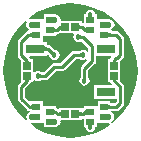
<source format=gbr>
G04 Layer_Physical_Order=1*
G04 Layer_Color=255*
%FSLAX25Y25*%
%MOIN*%
%TF.FileFunction,Copper,L1,Top,Signal*%
%TF.Part,Single*%
G01*
G75*
%TA.AperFunction,SMDPad*%
%ADD10R,0.02559X0.02362*%
%TA.AperFunction,SMDPad*%
%ADD11R,0.02559X0.02559*%
%TA.AperFunction,SMDPad*%
%ADD12R,0.02559X0.02559*%
%TA.AperFunction,SMDPad*%
%ADD13R,0.06221X0.03150*%
%ADD14C,0.01000*%
%TA.AperFunction,ViaPad*%
%ADD15C,0.01800*%
G36*
X357249Y376499D02*
X360118Y375929D01*
X362888Y374989D01*
X365511Y373695D01*
X367943Y372070D01*
X370142Y370142D01*
X372070Y367943D01*
X373695Y365511D01*
X374989Y362888D01*
X375929Y360118D01*
X376499Y357249D01*
X376691Y354331D01*
X376499Y351412D01*
X375929Y348544D01*
X374989Y345774D01*
X373695Y343151D01*
X372070Y340719D01*
X370142Y338520D01*
X368263Y336873D01*
X367799Y337131D01*
X367807Y337177D01*
X367864Y337292D01*
X368370Y337630D01*
X368737Y338179D01*
X368866Y338827D01*
X368737Y339475D01*
X368370Y340024D01*
X367821Y340390D01*
X367880Y340889D01*
X369673D01*
X369673Y340889D01*
X370165Y340986D01*
X370582Y341265D01*
X371908Y342592D01*
X371908Y342592D01*
X372187Y343008D01*
X372285Y343500D01*
Y349000D01*
X372285Y349000D01*
X372187Y349492D01*
X371908Y349908D01*
X370838Y350978D01*
Y353964D01*
Y357545D01*
X370908Y357592D01*
X371908Y358592D01*
X371908Y358592D01*
X372187Y359008D01*
X372285Y359500D01*
Y365000D01*
X372187Y365492D01*
X371908Y365908D01*
X371908Y365908D01*
X370582Y367235D01*
X370165Y367514D01*
X369673Y367612D01*
X369673Y367611D01*
X368033D01*
X367974Y368109D01*
X368524Y368476D01*
X368891Y369025D01*
X369019Y369673D01*
X368891Y370321D01*
X368524Y370870D01*
X367974Y371237D01*
X367540Y371323D01*
Y371614D01*
X363460D01*
X363039Y371805D01*
Y373114D01*
X362670D01*
X362564Y373648D01*
X362197Y374197D01*
X361648Y374564D01*
X361000Y374693D01*
X360352Y374564D01*
X359803Y374197D01*
X359436Y373648D01*
X359330Y373114D01*
X358961D01*
Y370511D01*
X358528Y370199D01*
X358112Y370337D01*
X358043Y370534D01*
Y370838D01*
X351294D01*
X351019Y371173D01*
X350890Y371821D01*
X350524Y372370D01*
X349974Y372737D01*
X349539Y372823D01*
Y373114D01*
X345461D01*
Y371805D01*
X345040Y371614D01*
X344960Y371614D01*
X340961D01*
Y371402D01*
X340663Y371356D01*
X340443Y371828D01*
X340719Y372070D01*
X343151Y373695D01*
X345774Y374989D01*
X348544Y375929D01*
X351412Y376499D01*
X354331Y376691D01*
X357249Y376499D01*
D02*
G37*
G36*
X341744Y341173D02*
X341735Y341268D01*
X341708Y341353D01*
X341662Y341428D01*
X341598Y341493D01*
X341515Y341548D01*
X341414Y341593D01*
X341295Y341628D01*
X341157Y341653D01*
X341001Y341668D01*
X340827Y341673D01*
Y342673D01*
X341001Y342678D01*
X341157Y342693D01*
X341295Y342718D01*
X341414Y342753D01*
X341515Y342798D01*
X341598Y342853D01*
X341662Y342918D01*
X341708Y342993D01*
X341735Y343078D01*
X341744Y343173D01*
Y341173D01*
D02*
G37*
G36*
X348773Y341578D02*
X348790Y341493D01*
X348818Y341418D01*
X348857Y341353D01*
X348907Y341298D01*
X348969Y341253D01*
X349042Y341218D01*
X349125Y341193D01*
X349220Y341178D01*
X349327Y341173D01*
Y340173D01*
X349220Y340168D01*
X349125Y340153D01*
X349042Y340128D01*
X348969Y340093D01*
X348907Y340048D01*
X348857Y339993D01*
X348818Y339928D01*
X348790Y339853D01*
X348773Y339768D01*
X348767Y339673D01*
Y341673D01*
X348773Y341578D01*
D02*
G37*
G36*
X359745Y339673D02*
X359739Y339768D01*
X359722Y339853D01*
X359693Y339928D01*
X359653Y339993D01*
X359602Y340048D01*
X359539Y340093D01*
X359465Y340128D01*
X359379Y340153D01*
X359282Y340168D01*
X359173Y340173D01*
Y341173D01*
X359282Y341178D01*
X359379Y341193D01*
X359465Y341218D01*
X359539Y341253D01*
X359602Y341298D01*
X359653Y341353D01*
X359693Y341418D01*
X359722Y341493D01*
X359739Y341578D01*
X359745Y341673D01*
Y339673D01*
D02*
G37*
G36*
X366777Y343078D02*
X366808Y342993D01*
X366858Y342918D01*
X366928Y342853D01*
X367018Y342798D01*
X367127Y342753D01*
X367257Y342718D01*
X367407Y342693D01*
X367578Y342678D01*
X367768Y342673D01*
Y341673D01*
X367578Y341668D01*
X367407Y341653D01*
X367257Y341628D01*
X367127Y341593D01*
X367018Y341548D01*
X366928Y341493D01*
X366858Y341428D01*
X366808Y341353D01*
X366777Y341268D01*
X366768Y341173D01*
Y343173D01*
X366777Y343078D01*
D02*
G37*
G36*
X369704Y351400D02*
X369544Y351384D01*
X369479Y351370D01*
X369424Y351352D01*
X369379Y351330D01*
X369344Y351304D01*
X369319Y351273D01*
X369304Y351239D01*
X369299Y351201D01*
X368299D01*
X368294Y351239D01*
X368279Y351273D01*
X368254Y351304D01*
X368219Y351330D01*
X368174Y351352D01*
X368119Y351370D01*
X368054Y351384D01*
X367979Y351394D01*
X367894Y351400D01*
X367799Y351402D01*
X369799D01*
X369704Y351400D01*
D02*
G37*
G36*
X359501Y352189D02*
X359521Y351936D01*
X359532Y351868D01*
X359547Y351807D01*
X359564Y351754D01*
X359583Y351709D01*
X359605Y351672D01*
X359630Y351643D01*
X358370D01*
X358395Y351672D01*
X358417Y351709D01*
X358436Y351754D01*
X358453Y351807D01*
X358468Y351868D01*
X358479Y351936D01*
X358495Y352097D01*
X358499Y352189D01*
X358500Y352288D01*
X359500D01*
X359501Y352189D01*
D02*
G37*
G36*
X368000Y358817D02*
X367890Y358707D01*
X367612Y358291D01*
X367563Y358043D01*
X366759D01*
Y353964D01*
Y350618D01*
X367673D01*
X367890Y350293D01*
X368339Y349845D01*
X368147Y349382D01*
X362271D01*
Y344713D01*
X369715D01*
Y344032D01*
X369141Y343458D01*
X367557D01*
X367540Y343460D01*
Y344114D01*
X363460D01*
Y342805D01*
X363039Y342614D01*
X362960Y342614D01*
X358961D01*
Y342030D01*
X358519Y341774D01*
X358043Y341902D01*
Y341902D01*
X358043Y341902D01*
X350618D01*
Y341840D01*
X350118Y341660D01*
X349818Y341860D01*
X349539Y341916D01*
Y342614D01*
X345539D01*
X345461Y342614D01*
X345040Y342805D01*
Y344114D01*
X340961D01*
X340961Y344114D01*
Y344114D01*
X340527Y344290D01*
X339285Y345532D01*
Y348468D01*
X340771Y349954D01*
X340771Y349954D01*
X341050Y350371D01*
X341099Y350618D01*
X341902D01*
Y351016D01*
X342048Y351120D01*
X342402Y351237D01*
X342852Y350936D01*
X343500Y350807D01*
X344148Y350936D01*
X344560Y351212D01*
X344609Y351215D01*
X346000D01*
X346000Y351215D01*
X346492Y351313D01*
X346908Y351592D01*
X349532Y354215D01*
X351500D01*
X351500Y354215D01*
X351992Y354313D01*
X352408Y354592D01*
X356032Y358215D01*
X357413D01*
X357438Y358213D01*
X357852Y357936D01*
X358500Y357807D01*
X359148Y357936D01*
X359333Y358060D01*
X359903Y357840D01*
X359927Y357744D01*
X358092Y355908D01*
X357813Y355492D01*
X357715Y355000D01*
X357715Y355000D01*
Y352087D01*
X357713Y352062D01*
X357436Y351648D01*
X357308Y351000D01*
X357436Y350352D01*
X357803Y349803D01*
X358352Y349436D01*
X359000Y349307D01*
X359648Y349436D01*
X360197Y349803D01*
X360564Y350352D01*
X360693Y351000D01*
X360564Y351648D01*
X360289Y352060D01*
X360285Y352109D01*
Y354468D01*
X362408Y356592D01*
X362408Y356592D01*
X362687Y357008D01*
X362785Y357500D01*
Y359279D01*
X367809D01*
X368000Y358817D01*
D02*
G37*
G36*
X340768Y351385D02*
X340683Y351369D01*
X340608Y351343D01*
X340543Y351306D01*
X340488Y351258D01*
X340443Y351200D01*
X340408Y351132D01*
X340383Y351052D01*
X340368Y350963D01*
X340363Y350863D01*
X339363D01*
X339358Y350963D01*
X339343Y351052D01*
X339318Y351132D01*
X339283Y351200D01*
X339238Y351258D01*
X339183Y351306D01*
X339118Y351343D01*
X339043Y351369D01*
X338958Y351385D01*
X338863Y351390D01*
X340863D01*
X340768Y351385D01*
D02*
G37*
G36*
X357281Y340768D02*
X357311Y340683D01*
X357361Y340608D01*
X357431Y340543D01*
X357521Y340488D01*
X357631Y340443D01*
X357761Y340408D01*
X357911Y340383D01*
X358081Y340368D01*
X358271Y340363D01*
Y339363D01*
X358081Y339358D01*
X357911Y339343D01*
X357761Y339318D01*
X357631Y339283D01*
X357521Y339238D01*
X357431Y339183D01*
X357361Y339118D01*
X357311Y339043D01*
X357281Y338958D01*
X357271Y338863D01*
Y340863D01*
X357281Y340768D01*
D02*
G37*
G36*
X348684Y336697D02*
X348655Y336721D01*
X348618Y336744D01*
X348572Y336763D01*
X348520Y336780D01*
X348459Y336794D01*
X348391Y336806D01*
X348230Y336822D01*
X348138Y336825D01*
X348039Y336827D01*
Y337827D01*
X348138Y337828D01*
X348391Y337848D01*
X348459Y337859D01*
X348520Y337874D01*
X348572Y337891D01*
X348618Y337910D01*
X348655Y337932D01*
X348684Y337957D01*
Y336697D01*
D02*
G37*
G36*
X339789Y370590D02*
X339610Y370321D01*
X339481Y369673D01*
X339610Y369025D01*
X339976Y368476D01*
X340526Y368109D01*
X340517Y368040D01*
X340327Y367612D01*
X339835Y367514D01*
X339418Y367235D01*
X339418Y367235D01*
X337092Y364908D01*
X336813Y364492D01*
X336715Y364000D01*
X336715Y364000D01*
Y359500D01*
X336715Y359500D01*
X336813Y359008D01*
X337092Y358592D01*
X337823Y357860D01*
Y353964D01*
Y350640D01*
X337092Y349908D01*
X336813Y349492D01*
X336715Y349000D01*
X336715Y349000D01*
Y345000D01*
X336715Y345000D01*
X336813Y344508D01*
X337092Y344092D01*
X339918Y341265D01*
X339918Y341265D01*
X340335Y340986D01*
X340694Y340915D01*
Y340405D01*
X340620Y340390D01*
X340071Y340024D01*
X339704Y339475D01*
X339575Y338827D01*
X339704Y338179D01*
X339756Y338101D01*
X339377Y337768D01*
X338520Y338520D01*
X336591Y340719D01*
X334966Y343151D01*
X333673Y345774D01*
X332733Y348544D01*
X332162Y351412D01*
X331971Y354331D01*
X332162Y357249D01*
X332733Y360118D01*
X333673Y362888D01*
X334966Y365511D01*
X336591Y367943D01*
X338520Y370142D01*
X339410Y370922D01*
X339789Y370590D01*
D02*
G37*
G36*
X358939Y338245D02*
X358961Y338191D01*
Y335386D01*
X359330D01*
X359436Y334852D01*
X359803Y334303D01*
X360352Y333936D01*
X361000Y333807D01*
X361648Y333936D01*
X362197Y334303D01*
X362564Y334852D01*
X362670Y335386D01*
X363039D01*
Y336695D01*
X363460Y336886D01*
X363540Y336886D01*
X367088D01*
X367503Y336394D01*
X367485Y336286D01*
X365511Y334966D01*
X362888Y333673D01*
X360118Y332733D01*
X357249Y332162D01*
X354331Y331971D01*
X351412Y332162D01*
X348544Y332733D01*
X345774Y333673D01*
X343151Y334966D01*
X341027Y336386D01*
X341178Y336886D01*
X344960D01*
X345040Y336886D01*
X345461Y336695D01*
Y335386D01*
X349539D01*
Y335677D01*
X349974Y335763D01*
X350524Y336130D01*
X350890Y336679D01*
X351019Y337327D01*
X350997Y337437D01*
X351315Y337823D01*
X358043D01*
Y338236D01*
X358363Y338578D01*
X358460Y338597D01*
X358939Y338245D01*
D02*
G37*
G36*
X348773Y338232D02*
X348790Y338147D01*
X348818Y338072D01*
X348857Y338007D01*
X348907Y337952D01*
X348969Y337907D01*
X349042Y337872D01*
X349126Y337847D01*
X349220Y337832D01*
X349327Y337827D01*
Y336827D01*
X349220Y336822D01*
X349126Y336807D01*
X349042Y336782D01*
X348969Y336747D01*
X348907Y336702D01*
X348857Y336647D01*
X348818Y336582D01*
X348790Y336507D01*
X348773Y336422D01*
X348767Y336327D01*
Y338327D01*
X348773Y338232D01*
D02*
G37*
G36*
X341744Y337827D02*
X341740Y337922D01*
X341725Y338007D01*
X341702Y338082D01*
X341668Y338147D01*
X341625Y338202D01*
X341573Y338247D01*
X341511Y338282D01*
X341439Y338307D01*
X341358Y338322D01*
X341267Y338327D01*
Y339327D01*
X341358Y339332D01*
X341439Y339347D01*
X341511Y339372D01*
X341573Y339407D01*
X341625Y339452D01*
X341668Y339507D01*
X341702Y339572D01*
X341725Y339647D01*
X341740Y339732D01*
X341744Y339827D01*
Y337827D01*
D02*
G37*
G36*
X366530Y338197D02*
X366501Y338222D01*
X366464Y338244D01*
X366419Y338263D01*
X366366Y338280D01*
X366305Y338294D01*
X366237Y338306D01*
X366076Y338322D01*
X365985Y338326D01*
X365885Y338327D01*
Y339327D01*
X365985Y339328D01*
X366237Y339348D01*
X366305Y339359D01*
X366366Y339374D01*
X366419Y339390D01*
X366464Y339410D01*
X366501Y339432D01*
X366530Y339457D01*
Y338197D01*
D02*
G37*
G36*
X351402Y338863D02*
X351392Y338958D01*
X351362Y339043D01*
X351311Y339118D01*
X351240Y339183D01*
X351149Y339238D01*
X351038Y339283D01*
X350906Y339318D01*
X350754Y339343D01*
X350582Y339358D01*
X350390Y339363D01*
Y340363D01*
X350582Y340368D01*
X350754Y340383D01*
X350906Y340408D01*
X351038Y340443D01*
X351149Y340488D01*
X351240Y340543D01*
X351311Y340608D01*
X351362Y340683D01*
X351392Y340768D01*
X351402Y340863D01*
Y338863D01*
D02*
G37*
G36*
X366772Y339732D02*
X366784Y339647D01*
X366804Y339572D01*
X366832Y339507D01*
X366869Y339452D01*
X366914Y339407D01*
X366966Y339372D01*
X367027Y339347D01*
X367096Y339332D01*
X367173Y339327D01*
Y338327D01*
X367096Y338322D01*
X367027Y338307D01*
X366966Y338282D01*
X366914Y338247D01*
X366869Y338202D01*
X366832Y338147D01*
X366804Y338082D01*
X366784Y338007D01*
X366772Y337922D01*
X366768Y337827D01*
Y339827D01*
X366772Y339732D01*
D02*
G37*
G36*
X341939Y339432D02*
X341977Y339410D01*
X342022Y339390D01*
X342075Y339374D01*
X342135Y339359D01*
X342204Y339348D01*
X342364Y339332D01*
X342456Y339328D01*
X342556Y339327D01*
Y338327D01*
X342456Y338326D01*
X342204Y338306D01*
X342135Y338294D01*
X342075Y338280D01*
X342022Y338263D01*
X341977Y338244D01*
X341939Y338222D01*
X341910Y338197D01*
Y339457D01*
X341939Y339432D01*
D02*
G37*
G36*
X357269Y369704D02*
X357297Y369619D01*
X357344Y369544D01*
X357410Y369479D01*
X357495Y369424D01*
X357598Y369379D01*
X357721Y369344D01*
X357862Y369319D01*
X358022Y369304D01*
X358201Y369299D01*
Y368299D01*
X358022Y368294D01*
X357862Y368279D01*
X357721Y368254D01*
X357598Y368219D01*
X357495Y368174D01*
X357410Y368119D01*
X357344Y368054D01*
X357297Y367979D01*
X357269Y367894D01*
X357259Y367799D01*
Y369799D01*
X357269Y369704D01*
D02*
G37*
G36*
X341733Y368673D02*
X341727Y368768D01*
X341710Y368853D01*
X341682Y368928D01*
X341643Y368993D01*
X341593Y369048D01*
X341531Y369093D01*
X341458Y369128D01*
X341374Y369153D01*
X341280Y369168D01*
X341173Y369173D01*
Y370173D01*
X341280Y370178D01*
X341374Y370193D01*
X341458Y370218D01*
X341531Y370253D01*
X341593Y370298D01*
X341643Y370353D01*
X341682Y370418D01*
X341710Y370493D01*
X341727Y370578D01*
X341733Y370673D01*
Y368673D01*
D02*
G37*
G36*
X359733Y366827D02*
X359727Y366922D01*
X359710Y367007D01*
X359682Y367082D01*
X359643Y367147D01*
X359593Y367202D01*
X359531Y367247D01*
X359458Y367282D01*
X359375Y367307D01*
X359279Y367322D01*
X359173Y367327D01*
Y368327D01*
X359279Y368332D01*
X359375Y368347D01*
X359458Y368372D01*
X359531Y368407D01*
X359593Y368452D01*
X359643Y368507D01*
X359682Y368572D01*
X359710Y368647D01*
X359727Y368732D01*
X359733Y368827D01*
Y366827D01*
D02*
G37*
G36*
X351390Y367799D02*
X351384Y367894D01*
X351366Y367979D01*
X351337Y368054D01*
X351296Y368119D01*
X351242Y368174D01*
X351177Y368219D01*
X351100Y368254D01*
X351012Y368279D01*
X350911Y368294D01*
X350799Y368299D01*
Y369299D01*
X350911Y369304D01*
X351012Y369319D01*
X351100Y369344D01*
X351177Y369379D01*
X351242Y369424D01*
X351296Y369479D01*
X351337Y369544D01*
X351366Y369619D01*
X351384Y369704D01*
X351390Y369799D01*
Y367799D01*
D02*
G37*
G36*
X366761Y370578D02*
X366778Y370493D01*
X366807Y370418D01*
X366847Y370353D01*
X366898Y370298D01*
X366961Y370253D01*
X367035Y370218D01*
X367121Y370193D01*
X367218Y370178D01*
X367327Y370173D01*
Y369173D01*
X367218Y369168D01*
X367121Y369153D01*
X367035Y369128D01*
X366961Y369093D01*
X366898Y369048D01*
X366847Y368993D01*
X366807Y368928D01*
X366778Y368853D01*
X366761Y368768D01*
X366756Y368673D01*
Y370673D01*
X366761Y370578D01*
D02*
G37*
G36*
X348761Y372078D02*
X348778Y371993D01*
X348807Y371918D01*
X348847Y371853D01*
X348898Y371798D01*
X348961Y371753D01*
X349035Y371718D01*
X349121Y371693D01*
X349218Y371678D01*
X349327Y371673D01*
Y370673D01*
X349218Y370668D01*
X349121Y370653D01*
X349035Y370628D01*
X348961Y370593D01*
X348898Y370548D01*
X348847Y370493D01*
X348807Y370428D01*
X348778Y370353D01*
X348761Y370268D01*
X348756Y370173D01*
Y372173D01*
X348761Y372078D01*
D02*
G37*
G36*
X348684Y370543D02*
X348655Y370568D01*
X348618Y370590D01*
X348572Y370609D01*
X348520Y370626D01*
X348459Y370641D01*
X348391Y370652D01*
X348230Y370668D01*
X348138Y370672D01*
X348039Y370673D01*
Y371673D01*
X348138Y371674D01*
X348391Y371694D01*
X348459Y371706D01*
X348520Y371720D01*
X348572Y371737D01*
X348618Y371756D01*
X348655Y371778D01*
X348684Y371803D01*
Y370543D01*
D02*
G37*
G36*
X341845Y370279D02*
X341882Y370256D01*
X341928Y370237D01*
X341980Y370220D01*
X342041Y370206D01*
X342109Y370194D01*
X342270Y370178D01*
X342362Y370175D01*
X342461Y370173D01*
Y369173D01*
X342362Y369172D01*
X342109Y369152D01*
X342041Y369141D01*
X341980Y369126D01*
X341928Y369110D01*
X341882Y369090D01*
X341845Y369068D01*
X341816Y369043D01*
Y370303D01*
X341845Y370279D01*
D02*
G37*
G36*
X366684Y369043D02*
X366655Y369068D01*
X366617Y369090D01*
X366572Y369110D01*
X366520Y369126D01*
X366459Y369141D01*
X366390Y369152D01*
X366230Y369168D01*
X366138Y369172D01*
X366038Y369173D01*
Y370173D01*
X366138Y370175D01*
X366390Y370194D01*
X366459Y370206D01*
X366520Y370220D01*
X366572Y370237D01*
X366617Y370256D01*
X366655Y370279D01*
X366684Y370303D01*
Y369043D01*
D02*
G37*
G36*
X348766Y368732D02*
X348796Y368647D01*
X348847Y368572D01*
X348918Y368507D01*
X349008Y368452D01*
X349120Y368407D01*
X349251Y368372D01*
X349403Y368347D01*
X349575Y368332D01*
X349767Y368327D01*
Y367327D01*
X349575Y367322D01*
X349403Y367307D01*
X349251Y367282D01*
X349120Y367247D01*
X349008Y367202D01*
X348918Y367147D01*
X348847Y367082D01*
X348796Y367007D01*
X348766Y366922D01*
X348756Y366827D01*
Y368827D01*
X348766Y368732D01*
D02*
G37*
G36*
X357857Y358870D02*
X357828Y358895D01*
X357791Y358917D01*
X357746Y358936D01*
X357693Y358953D01*
X357632Y358967D01*
X357564Y358979D01*
X357403Y358995D01*
X357311Y358999D01*
X357212Y359000D01*
Y360000D01*
X357311Y360001D01*
X357564Y360021D01*
X357632Y360033D01*
X357693Y360047D01*
X357746Y360064D01*
X357791Y360083D01*
X357828Y360105D01*
X357857Y360130D01*
Y358870D01*
D02*
G37*
G36*
X348514Y360695D02*
X348706Y360530D01*
X348763Y360490D01*
X348816Y360457D01*
X348865Y360432D01*
X348911Y360414D01*
X348953Y360403D01*
X348991Y360400D01*
X348100Y359509D01*
X348097Y359547D01*
X348086Y359589D01*
X348068Y359635D01*
X348043Y359684D01*
X348010Y359737D01*
X347970Y359794D01*
X347867Y359918D01*
X347805Y359986D01*
X347736Y360057D01*
X348443Y360765D01*
X348514Y360695D01*
D02*
G37*
G36*
X344172Y353105D02*
X344209Y353083D01*
X344254Y353064D01*
X344307Y353047D01*
X344368Y353032D01*
X344436Y353021D01*
X344597Y353005D01*
X344689Y353001D01*
X344788Y353000D01*
Y352000D01*
X344689Y351999D01*
X344436Y351979D01*
X344368Y351968D01*
X344307Y351953D01*
X344254Y351936D01*
X344209Y351917D01*
X344172Y351895D01*
X344143Y351870D01*
Y353130D01*
X344172Y353105D01*
D02*
G37*
G36*
X340368Y357566D02*
X340383Y357501D01*
X340408Y357445D01*
X340443Y357395D01*
X340488Y357354D01*
X340543Y357320D01*
X340608Y357293D01*
X340683Y357274D01*
X340768Y357263D01*
X340863Y357259D01*
X338863D01*
X338958Y357263D01*
X339043Y357274D01*
X339118Y357293D01*
X339183Y357320D01*
X339238Y357354D01*
X339283Y357395D01*
X339318Y357445D01*
X339343Y357501D01*
X339358Y357566D01*
X339363Y357637D01*
X340363D01*
X340368Y357566D01*
D02*
G37*
G36*
X345616Y362519D02*
X345646Y362434D01*
X345697Y362359D01*
X345768Y362294D01*
X345859Y362239D01*
X345970Y362194D01*
X346102Y362159D01*
X346254Y362134D01*
X346426Y362119D01*
X346618Y362114D01*
Y361114D01*
X346426Y361109D01*
X346254Y361094D01*
X346102Y361069D01*
X345970Y361034D01*
X345859Y360989D01*
X345768Y360934D01*
X345697Y360869D01*
X345646Y360794D01*
X345616Y360709D01*
X345606Y360614D01*
Y362614D01*
X345616Y362519D01*
D02*
G37*
G36*
X341733Y365327D02*
X341722Y365422D01*
X341692Y365507D01*
X341642Y365582D01*
X341572Y365647D01*
X341482Y365702D01*
X341372Y365747D01*
X341243Y365782D01*
X341092Y365807D01*
X340922Y365822D01*
X340733Y365827D01*
Y366827D01*
X340922Y366832D01*
X341092Y366847D01*
X341243Y366872D01*
X341372Y366907D01*
X341482Y366952D01*
X341572Y367007D01*
X341642Y367072D01*
X341692Y367147D01*
X341722Y367232D01*
X341733Y367327D01*
Y365327D01*
D02*
G37*
G36*
X366766Y367232D02*
X366796Y367147D01*
X366847Y367072D01*
X366917Y367007D01*
X367008Y366952D01*
X367120Y366907D01*
X367251Y366872D01*
X367403Y366847D01*
X367575Y366832D01*
X367768Y366827D01*
Y365827D01*
X367575Y365822D01*
X367403Y365807D01*
X367251Y365782D01*
X367120Y365747D01*
X367008Y365702D01*
X366917Y365647D01*
X366847Y365582D01*
X366796Y365507D01*
X366766Y365422D01*
X366756Y365327D01*
Y367327D01*
X366766Y367232D01*
D02*
G37*
G36*
X355511Y366259D02*
X355436Y366148D01*
X355308Y365500D01*
X355436Y364852D01*
X355803Y364303D01*
X356352Y363936D01*
X357000Y363808D01*
X357648Y363936D01*
X358007Y364176D01*
X360215Y361968D01*
Y360821D01*
X359715Y360669D01*
X359697Y360697D01*
X359148Y361064D01*
X358500Y361192D01*
X357852Y361064D01*
X357440Y360788D01*
X357391Y360785D01*
X355500D01*
X355008Y360687D01*
X354592Y360408D01*
X354592Y360408D01*
X350968Y356785D01*
X349000D01*
X349000Y356785D01*
X348508Y356687D01*
X348092Y356408D01*
X345468Y353785D01*
X344587D01*
X344562Y353787D01*
X344148Y354064D01*
X343500Y354192D01*
X342852Y354064D01*
X342402Y353763D01*
X342010Y353892D01*
X341987Y353907D01*
X341902Y353984D01*
Y358043D01*
X341067D01*
X341050Y358129D01*
X340771Y358546D01*
X340771Y358546D01*
X340500Y358817D01*
X340691Y359279D01*
X346390D01*
Y359640D01*
X346852Y359831D01*
X347323Y359360D01*
X347339Y359341D01*
X347436Y358852D01*
X347803Y358303D01*
X348352Y357936D01*
X349000Y357807D01*
X349648Y357936D01*
X350197Y358303D01*
X350564Y358852D01*
X350693Y359500D01*
X350564Y360148D01*
X350197Y360697D01*
X349648Y361064D01*
X349162Y361160D01*
X349125Y361192D01*
X347795Y362522D01*
X347378Y362801D01*
X346886Y362898D01*
X346886Y362898D01*
X346404D01*
X346390Y362900D01*
Y363948D01*
X345191D01*
X345040Y364386D01*
X345040D01*
Y365695D01*
X345461Y365886D01*
X345540Y365886D01*
X349539D01*
Y366178D01*
X349827Y366542D01*
X350318Y366640D01*
X350618Y366759D01*
X350618Y366759D01*
X350618Y366759D01*
X355244D01*
X355511Y366259D01*
D02*
G37*
G36*
X357672Y366105D02*
X357709Y366083D01*
X357754Y366064D01*
X357807Y366047D01*
X357868Y366033D01*
X357936Y366021D01*
X358097Y366005D01*
X358189Y366001D01*
X358288Y366000D01*
Y365000D01*
X358189Y364999D01*
X357936Y364979D01*
X357868Y364967D01*
X357807Y364953D01*
X357754Y364936D01*
X357709Y364917D01*
X357672Y364895D01*
X357643Y364870D01*
Y366130D01*
X357672Y366105D01*
D02*
G37*
D10*
X347500Y371173D02*
D03*
Y367827D02*
D03*
X361000Y371173D02*
D03*
Y367827D02*
D03*
X343000Y338827D02*
D03*
Y342173D02*
D03*
X343000Y369673D02*
D03*
Y366327D02*
D03*
X361000Y337327D02*
D03*
Y340673D02*
D03*
X347500Y337327D02*
D03*
Y340673D02*
D03*
X365500Y369673D02*
D03*
Y366327D02*
D03*
X365500Y338827D02*
D03*
Y342173D02*
D03*
D11*
X356004Y373721D02*
D03*
X352658D02*
D03*
X356004Y368799D02*
D03*
X352658D02*
D03*
Y334941D02*
D03*
X356004D02*
D03*
X352658Y339863D02*
D03*
X356004D02*
D03*
D12*
X339863Y352658D02*
D03*
Y356004D02*
D03*
X334941Y352658D02*
D03*
Y356004D02*
D03*
X368799D02*
D03*
Y352658D02*
D03*
X373721Y356004D02*
D03*
Y352658D02*
D03*
D13*
X342520Y361614D02*
D03*
X366142D02*
D03*
X342520Y347048D02*
D03*
X366142D02*
D03*
D14*
X371000Y359500D02*
Y365000D01*
X370000Y358500D02*
X371000Y359500D01*
X369673Y366327D02*
X371000Y365000D01*
X343500Y352500D02*
X346000D01*
X339863Y350863D02*
Y352658D01*
X338000Y349000D02*
X339863Y350863D01*
X338000Y345000D02*
Y349000D01*
X359173Y340673D02*
X361000D01*
X358363Y339863D02*
X359173Y340673D01*
X356004Y339863D02*
X358363D01*
X341267Y338827D02*
X343000D01*
X340827Y342173D02*
X343000D01*
X338000Y345000D02*
X340827Y342173D01*
X357000Y365500D02*
X358500D01*
X347500Y371173D02*
X349327D01*
X358500Y365500D02*
X361500Y362500D01*
Y357500D02*
Y362500D01*
X359000Y355000D02*
X361500Y357500D01*
X359000Y351000D02*
Y355000D01*
X355500Y359500D02*
X358500D01*
X351500Y355500D02*
X355500Y359500D01*
X349000Y355500D02*
X351500D01*
X346000Y352500D02*
X349000Y355500D01*
X365500Y369673D02*
X367327D01*
X347500Y337327D02*
X349327D01*
X350137Y339863D02*
X352658D01*
X349327Y340673D02*
X350137Y339863D01*
X365500Y338827D02*
X367173D01*
X361000Y335500D02*
Y337327D01*
X341173Y369673D02*
X343000D01*
X350000Y349000D02*
Y351000D01*
X348048Y347048D02*
X350000Y349000D01*
X342520Y347048D02*
X348048D01*
X346886Y361614D02*
X349000Y359500D01*
X342520Y361614D02*
X346886D01*
X365500Y366327D02*
X369673D01*
X340327D02*
X343000D01*
X368799Y351201D02*
X371000Y349000D01*
Y343500D02*
Y349000D01*
X369673Y342173D02*
X371000Y343500D01*
X365500Y342173D02*
X369673D01*
X347500Y340673D02*
X349327D01*
X339863Y356004D02*
Y357637D01*
X338000Y359500D02*
X339863Y357637D01*
X338000Y359500D02*
Y364000D01*
X340327Y366327D01*
X350799Y368799D02*
X352658D01*
X349827Y367827D02*
X350799Y368799D01*
X347500Y367827D02*
X349827D01*
X358201Y368799D02*
X359173Y367827D01*
X356004Y368799D02*
X358201D01*
X359173Y367827D02*
X361000D01*
X369500Y358500D02*
X370000D01*
X368799Y357799D02*
X369500Y358500D01*
X368799Y356004D02*
Y357799D01*
Y351201D02*
Y352658D01*
D15*
X352500Y344500D02*
D03*
X343500Y352500D02*
D03*
X335000Y349000D02*
D03*
X354500Y336500D02*
D03*
X348500Y344500D02*
D03*
X350500D02*
D03*
X354500D02*
D03*
X356500D02*
D03*
X341267Y338827D02*
D03*
X365500Y357500D02*
D03*
Y355000D02*
D03*
Y352500D02*
D03*
X357000Y365500D02*
D03*
X355000Y375000D02*
D03*
X349327Y371173D02*
D03*
X344000Y373000D02*
D03*
X374000Y359500D02*
D03*
X373500Y349000D02*
D03*
X335000Y359000D02*
D03*
X343500Y356500D02*
D03*
X359000Y351000D02*
D03*
X358500Y359500D02*
D03*
X367327Y369673D02*
D03*
X349327Y337327D02*
D03*
X367173Y338827D02*
D03*
X361000Y335500D02*
D03*
X341173Y369673D02*
D03*
X361000Y373000D02*
D03*
X349000Y359500D02*
D03*
%TF.MD5,E9F669A00DCF7A3BE16F9BB0A64433ED*%
M02*

</source>
